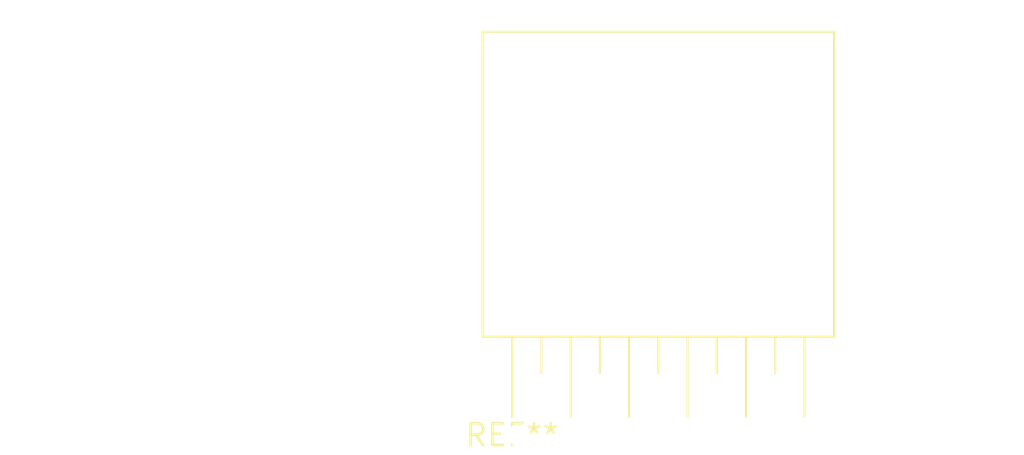
<source format=kicad_pcb>
(kicad_pcb (version 20240108) (generator pcbnew)
  (layers (0 "F.Cu" signal) (31 "B.Cu" signal) (34 "B.Paste" user) (35 "F.Paste" user) (36 "B.SilkS" user "B.Silkscreen") (37 "F.SilkS" user "F.Silkscreen") (38 "B.Mask" user) (39 "F.Mask" user) (44 "Edge.Cuts" user))
  (net 0 "")
  (footprint "TO-220-11_P3.4x2.54mm_StaggerOdd_Lead5.84mm_TabDown" (layer "F.Cu") (at 0 0)
    (property "Reference" "REF**")
    (property "Value" "TO-220-11_P3.4x2.54mm_StaggerOdd_Lead5.84mm_TabDown")
    (fp_line (start -1.72 -23.46) (end -1.72 -5.72) (layer "F.SilkS") (stroke (width 0.12)))
    (fp_line (start -1.72 -23.46) (end 18.72 -23.46) (layer "F.SilkS") (stroke (width 0.12)))
    (fp_line (start -1.72 -5.72) (end 18.72 -5.72) (layer "F.SilkS") (stroke (width 0.12)))
    (fp_line (start 0 -5.72) (end 0 -1.05) (layer "F.SilkS") (stroke (width 0.12)))
    (fp_line (start 1.7 -5.72) (end 1.7 -3.606) (layer "F.SilkS") (stroke (width 0.12)))
    (fp_line (start 3.4 -5.72) (end 3.4 -1.065) (layer "F.SilkS") (stroke (width 0.12)))
    (fp_line (start 5.1 -5.72) (end 5.1 -3.606) (layer "F.SilkS") (stroke (width 0.12)))
    (fp_line (start 6.8 -5.72) (end 6.8 -1.065) (layer "F.SilkS") (stroke (width 0.12)))
    (fp_line (start 8.5 -5.72) (end 8.5 -3.606) (layer "F.SilkS") (stroke (width 0.12)))
    (fp_line (start 10.2 -5.72) (end 10.2 -1.065) (layer "F.SilkS") (stroke (width 0.12)))
    (fp_line (start 11.9 -5.72) (end 11.9 -3.606) (layer "F.SilkS") (stroke (width 0.12)))
    (fp_line (start 13.6 -5.72) (end 13.6 -1.065) (layer "F.SilkS") (stroke (width 0.12)))
    (fp_line (start 15.3 -5.72) (end 15.3 -3.606) (layer "F.SilkS") (stroke (width 0.12)))
    (fp_line (start 17 -5.72) (end 17 -1.065) (layer "F.SilkS") (stroke (width 0.12)))
    (fp_line (start 18.72 -23.46) (end 18.72 -5.72) (layer "F.SilkS") (stroke (width 0.12)))
    (pad "" np_thru_hole oval (at 8.5 -20.54) (size 3.5 3.5) (drill 3.5) (layers *.Cu *.Mask))
    (pad "1" thru_hole rect (at 0 0) (size 1.8 1.8) (drill 1) (layers *.Cu *.Mask) (remove_unused_layers))
    (pad "2" thru_hole oval (at 1.7 -2.54) (size 1.8 1.8) (drill 1) (layers *.Cu *.Mask) (remove_unused_layers))
    (pad "3" thru_hole oval (at 3.4 0) (size 1.8 1.8) (drill 1) (layers *.Cu *.Mask) (remove_unused_layers))
    (pad "4" thru_hole oval (at 5.1 -2.54) (size 1.8 1.8) (drill 1) (layers *.Cu *.Mask) (remove_unused_layers))
    (pad "5" thru_hole oval (at 6.8 0) (size 1.8 1.8) (drill 1) (layers *.Cu *.Mask) (remove_unused_layers))
    (pad "6" thru_hole oval (at 8.5 -2.54) (size 1.8 1.8) (drill 1) (layers *.Cu *.Mask) (remove_unused_layers))
    (pad "7" thru_hole oval (at 10.2 0) (size 1.8 1.8) (drill 1) (layers *.Cu *.Mask) (remove_unused_layers))
    (pad "8" thru_hole oval (at 11.9 -2.54) (size 1.8 1.8) (drill 1) (layers *.Cu *.Mask) (remove_unused_layers))
    (pad "9" thru_hole oval (at 13.6 0) (size 1.8 1.8) (drill 1) (layers *.Cu *.Mask) (remove_unused_layers))
    (pad "10" thru_hole oval (at 15.3 -2.54) (size 1.8 1.8) (drill 1) (layers *.Cu *.Mask) (remove_unused_layers))
    (pad "11" thru_hole oval (at 17 0) (size 1.8 1.8) (drill 1) (layers *.Cu *.Mask) (remove_unused_layers))
  )
)
</source>
